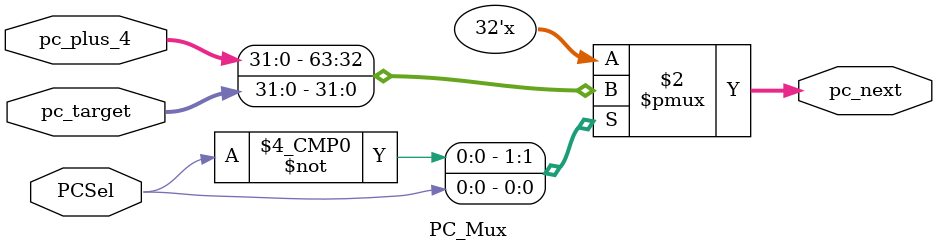
<source format=sv>
module PC_Mux (
    input  wire [31:0] pc_plus_4,  // Địa chỉ PC + 4
    input  wire [31:0] pc_target,  // Địa chỉ nhảy (branch/jump target)
    input  wire        PCSel,      // Tín hiệu chọn (0: PC+4, 1: pc_target)
    output reg  [31:0] pc_next     // Địa chỉ PC tiếp theo
);

    always @(*) begin
        case (PCSel)
            1'b0: pc_next = pc_plus_4;  // Chọn PC + 4 (tuần tự)
            1'b1: pc_next = pc_target;  // Chọn địa chỉ nhảy
            default: pc_next = pc_plus_4; // Mặc định chọn PC + 4
        endcase
    end

endmodule

</source>
